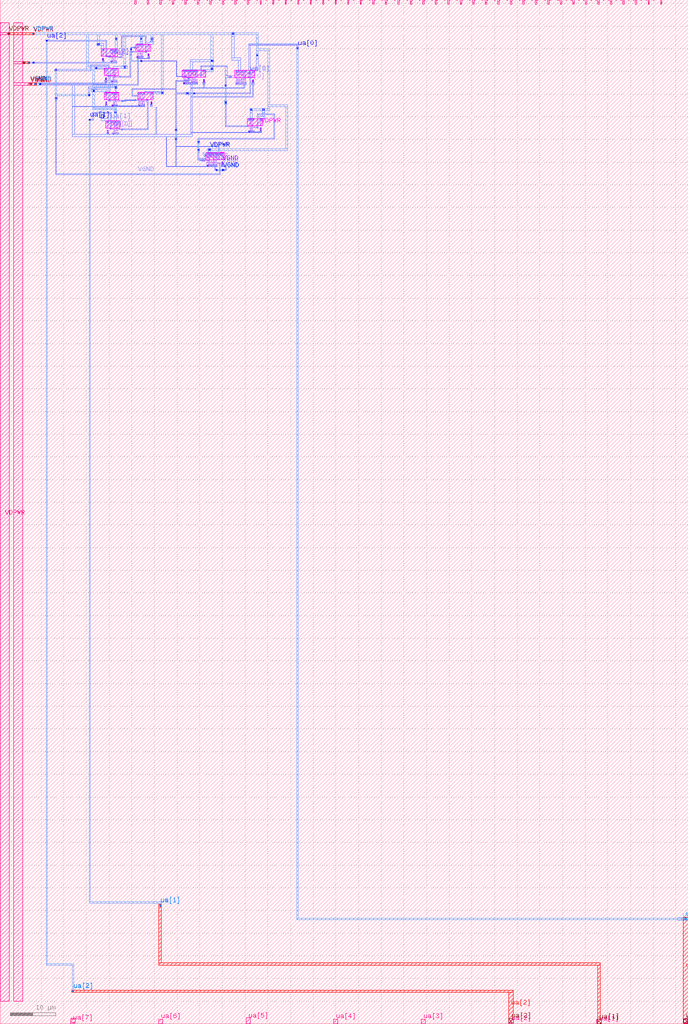
<source format=lef>
VERSION 5.7 ;
  NOWIREEXTENSIONATPIN ON ;
  DIVIDERCHAR "/" ;
  BUSBITCHARS "[]" ;
MACRO tt_um_template
  CLASS BLOCK ;
  FOREIGN tt_um_template ;
  ORIGIN -1.000 0.000 ;
  SIZE 151.710 BY 225.760 ;
  PIN clk
    PORT
      LAYER met4 ;
        RECT 143.830 224.760 144.130 225.760 ;
    END
  END clk
  PIN ena
    PORT
      LAYER met4 ;
        RECT 146.590 224.760 146.890 225.760 ;
    END
  END ena
  PIN rst_n
    PORT
      LAYER met4 ;
        RECT 141.070 224.760 141.370 225.760 ;
    END
  END rst_n
  PIN ua[0]
    ANTENNADIFFAREA 0.445500 ;
    PORT
      LAYER li1 ;
        RECT 54.560 209.800 55.155 209.805 ;
        RECT 54.560 209.465 56.165 209.800 ;
        RECT 54.560 208.145 54.735 209.465 ;
        RECT 54.560 207.595 55.155 208.145 ;
      LAYER mcon ;
        RECT 55.910 209.545 56.080 209.715 ;
      LAYER met1 ;
        RECT 55.830 215.930 66.715 216.075 ;
        RECT 55.830 215.740 66.725 215.930 ;
        RECT 55.830 209.830 56.165 215.740 ;
        RECT 66.365 214.920 66.725 215.740 ;
        RECT 55.800 209.435 56.195 209.830 ;
        RECT 55.830 209.385 56.165 209.435 ;
      LAYER via ;
        RECT 66.415 215.020 66.675 215.280 ;
      LAYER met2 ;
        RECT 66.360 23.315 66.735 215.435 ;
        RECT 150.345 23.315 152.475 23.380 ;
        RECT 66.360 22.940 152.475 23.315 ;
        RECT 150.345 22.870 152.475 22.940 ;
      LAYER via2 ;
        RECT 151.950 22.940 152.325 23.315 ;
      LAYER met3 ;
        RECT 151.610 0.075 152.660 23.445 ;
      LAYER via3 ;
        RECT 151.690 0.185 152.590 1.085 ;
      LAYER met4 ;
        RECT 151.685 1.000 152.595 1.090 ;
        RECT 151.685 0.180 152.710 1.000 ;
        RECT 151.810 0.000 152.710 0.180 ;
    END
  END ua[0]
  PIN ua[1]
    ANTENNAGATEAREA 0.247500 ;
    PORT
      LAYER li1 ;
        RECT 25.190 197.255 26.390 197.495 ;
      LAYER mcon ;
        RECT 25.280 197.310 25.450 197.480 ;
      LAYER met1 ;
        RECT 21.305 200.755 25.490 201.005 ;
        RECT 20.540 199.475 20.860 199.480 ;
        RECT 21.305 199.475 21.555 200.755 ;
        RECT 20.540 199.225 21.555 199.475 ;
        RECT 20.540 199.220 20.860 199.225 ;
        RECT 25.240 197.245 25.490 200.755 ;
      LAYER via ;
        RECT 20.570 199.220 20.830 199.480 ;
      LAYER met2 ;
        RECT 20.570 199.190 20.830 199.510 ;
        RECT 20.575 26.875 20.825 199.190 ;
        RECT 35.625 26.875 36.575 26.880 ;
        RECT 20.575 26.625 36.575 26.875 ;
        RECT 35.960 25.760 36.545 26.625 ;
      LAYER via2 ;
        RECT 36.110 25.910 36.390 26.190 ;
      LAYER met3 ;
        RECT 35.970 13.470 36.530 26.330 ;
        RECT 35.970 12.910 133.340 13.470 ;
        RECT 132.780 0.970 133.340 12.910 ;
        RECT 132.610 0.010 133.510 0.970 ;
      LAYER via3 ;
        RECT 132.610 0.040 133.510 0.940 ;
      LAYER met4 ;
        RECT 132.490 0.945 133.390 1.000 ;
        RECT 132.490 0.035 133.515 0.945 ;
        RECT 132.490 0.000 133.390 0.035 ;
    END
  END ua[1]
  PIN ua[2]
    ANTENNAGATEAREA 0.247500 ;
    PORT
      LAYER li1 ;
        RECT 24.850 213.395 25.315 213.445 ;
        RECT 24.850 213.185 25.950 213.395 ;
        RECT 24.850 213.140 25.315 213.185 ;
        RECT 25.620 213.155 25.950 213.185 ;
      LAYER mcon ;
        RECT 24.905 213.235 25.075 213.405 ;
      LAYER met1 ;
        RECT 10.985 216.905 11.765 216.945 ;
        RECT 10.985 216.655 24.455 216.905 ;
        RECT 10.985 216.615 11.765 216.655 ;
        RECT 24.205 213.445 24.455 216.655 ;
        RECT 24.840 213.445 25.145 213.475 ;
        RECT 24.205 213.195 25.345 213.445 ;
        RECT 24.840 213.170 25.145 213.195 ;
      LAYER via ;
        RECT 11.120 216.650 11.380 216.910 ;
      LAYER met2 ;
        RECT 11.095 13.260 11.410 216.955 ;
        RECT 11.095 12.945 17.205 13.260 ;
        RECT 16.890 7.730 17.205 12.945 ;
        RECT 16.865 6.920 17.225 7.730 ;
      LAYER via2 ;
        RECT 16.905 7.015 17.185 7.295 ;
      LAYER met3 ;
        RECT 16.800 7.400 113.955 7.410 ;
        RECT 16.800 6.920 114.120 7.400 ;
        RECT 113.115 0.180 114.120 6.920 ;
      LAYER via3 ;
        RECT 113.170 0.235 114.070 1.135 ;
      LAYER met4 ;
        RECT 113.165 0.230 114.075 1.140 ;
        RECT 113.170 0.000 114.070 0.230 ;
    END
  END ua[2]
  PIN ua[3]
    PORT
      LAYER met4 ;
        RECT 93.850 0.000 94.750 1.000 ;
    END
  END ua[3]
  PIN ua[4]
    PORT
      LAYER met4 ;
        RECT 74.530 0.000 75.430 1.000 ;
    END
  END ua[4]
  PIN ua[5]
    PORT
      LAYER met4 ;
        RECT 55.210 0.000 56.110 1.360 ;
    END
  END ua[5]
  PIN ua[6]
    PORT
      LAYER met4 ;
        RECT 35.970 1.000 36.530 1.020 ;
        RECT 35.890 0.000 36.790 1.000 ;
    END
  END ua[6]
  PIN ua[7]
    PORT
      LAYER met4 ;
        RECT 16.595 1.000 17.505 1.260 ;
        RECT 16.570 0.350 17.505 1.000 ;
        RECT 16.570 0.000 17.470 0.350 ;
    END
  END ua[7]
  PIN ui_in[0]
    PORT
      LAYER met4 ;
        RECT 138.310 224.760 138.610 225.760 ;
    END
  END ui_in[0]
  PIN ui_in[1]
    PORT
      LAYER met4 ;
        RECT 135.550 224.760 135.850 225.760 ;
    END
  END ui_in[1]
  PIN ui_in[2]
    PORT
      LAYER met4 ;
        RECT 132.790 224.760 133.090 225.760 ;
    END
  END ui_in[2]
  PIN ui_in[3]
    PORT
      LAYER met4 ;
        RECT 130.030 224.760 130.330 225.760 ;
    END
  END ui_in[3]
  PIN ui_in[4]
    PORT
      LAYER met4 ;
        RECT 127.270 224.760 127.570 225.760 ;
    END
  END ui_in[4]
  PIN ui_in[5]
    PORT
      LAYER met4 ;
        RECT 124.510 224.760 124.810 225.760 ;
    END
  END ui_in[5]
  PIN ui_in[6]
    PORT
      LAYER met4 ;
        RECT 121.750 224.760 122.050 225.760 ;
    END
  END ui_in[6]
  PIN ui_in[7]
    PORT
      LAYER met4 ;
        RECT 118.990 224.760 119.290 225.760 ;
    END
  END ui_in[7]
  PIN uio_in[0]
    PORT
      LAYER met4 ;
        RECT 116.230 224.760 116.530 225.760 ;
    END
  END uio_in[0]
  PIN uio_in[1]
    PORT
      LAYER met4 ;
        RECT 113.470 224.760 113.770 225.760 ;
    END
  END uio_in[1]
  PIN uio_in[2]
    PORT
      LAYER met4 ;
        RECT 110.710 224.760 111.010 225.760 ;
    END
  END uio_in[2]
  PIN uio_in[3]
    PORT
      LAYER met4 ;
        RECT 107.950 224.760 108.250 225.760 ;
    END
  END uio_in[3]
  PIN uio_in[4]
    PORT
      LAYER met4 ;
        RECT 105.190 224.760 105.490 225.760 ;
    END
  END uio_in[4]
  PIN uio_in[5]
    PORT
      LAYER met4 ;
        RECT 102.430 224.760 102.730 225.760 ;
    END
  END uio_in[5]
  PIN uio_in[6]
    PORT
      LAYER met4 ;
        RECT 99.670 224.760 99.970 225.760 ;
    END
  END uio_in[6]
  PIN uio_in[7]
    PORT
      LAYER met4 ;
        RECT 96.910 224.760 97.210 225.760 ;
    END
  END uio_in[7]
  PIN uio_oe[0]
    PORT
      LAYER met4 ;
        RECT 49.990 224.760 50.290 225.760 ;
    END
  END uio_oe[0]
  PIN uio_oe[1]
    PORT
      LAYER met4 ;
        RECT 47.230 224.760 47.530 225.760 ;
    END
  END uio_oe[1]
  PIN uio_oe[2]
    PORT
      LAYER met4 ;
        RECT 44.470 224.760 44.770 225.760 ;
    END
  END uio_oe[2]
  PIN uio_oe[3]
    PORT
      LAYER met4 ;
        RECT 41.710 224.760 42.010 225.760 ;
    END
  END uio_oe[3]
  PIN uio_oe[4]
    PORT
      LAYER met4 ;
        RECT 38.950 224.760 39.250 225.760 ;
    END
  END uio_oe[4]
  PIN uio_oe[5]
    PORT
      LAYER met4 ;
        RECT 36.190 224.760 36.490 225.760 ;
    END
  END uio_oe[5]
  PIN uio_oe[6]
    PORT
      LAYER met4 ;
        RECT 33.430 224.760 33.730 225.760 ;
    END
  END uio_oe[6]
  PIN uio_oe[7]
    PORT
      LAYER met4 ;
        RECT 30.670 224.760 30.970 225.760 ;
    END
  END uio_oe[7]
  PIN uio_out[0]
    PORT
      LAYER met4 ;
        RECT 72.070 224.760 72.370 225.760 ;
    END
  END uio_out[0]
  PIN uio_out[1]
    PORT
      LAYER met4 ;
        RECT 69.310 224.760 69.610 225.760 ;
    END
  END uio_out[1]
  PIN uio_out[2]
    PORT
      LAYER met4 ;
        RECT 66.550 224.760 66.850 225.760 ;
    END
  END uio_out[2]
  PIN uio_out[3]
    PORT
      LAYER met4 ;
        RECT 63.790 224.760 64.090 225.760 ;
    END
  END uio_out[3]
  PIN uio_out[4]
    PORT
      LAYER met4 ;
        RECT 61.030 224.760 61.330 225.760 ;
    END
  END uio_out[4]
  PIN uio_out[5]
    PORT
      LAYER met4 ;
        RECT 58.270 224.760 58.570 225.760 ;
    END
  END uio_out[5]
  PIN uio_out[6]
    PORT
      LAYER met4 ;
        RECT 55.510 224.760 55.810 225.760 ;
    END
  END uio_out[6]
  PIN uio_out[7]
    PORT
      LAYER met4 ;
        RECT 52.750 224.760 53.050 225.760 ;
    END
  END uio_out[7]
  PIN uo_out[0]
    PORT
      LAYER met4 ;
        RECT 94.150 224.760 94.450 225.760 ;
    END
  END uo_out[0]
  PIN uo_out[1]
    PORT
      LAYER met4 ;
        RECT 91.390 224.760 91.690 225.760 ;
    END
  END uo_out[1]
  PIN uo_out[2]
    PORT
      LAYER met4 ;
        RECT 88.630 224.760 88.930 225.760 ;
    END
  END uo_out[2]
  PIN uo_out[3]
    PORT
      LAYER met4 ;
        RECT 85.870 224.760 86.170 225.760 ;
    END
  END uo_out[3]
  PIN uo_out[4]
    PORT
      LAYER met4 ;
        RECT 83.110 224.760 83.410 225.760 ;
    END
  END uo_out[4]
  PIN uo_out[5]
    PORT
      LAYER met4 ;
        RECT 80.350 224.760 80.650 225.760 ;
    END
  END uo_out[5]
  PIN uo_out[6]
    PORT
      LAYER met4 ;
        RECT 77.590 224.760 77.890 225.760 ;
    END
  END uo_out[6]
  PIN uo_out[7]
    PORT
      LAYER met4 ;
        RECT 74.830 224.760 75.130 225.760 ;
    END
  END uo_out[7]
  PIN VDPWR
    ANTENNAGATEAREA 0.223500 ;
    ANTENNADIFFAREA 5.400750 ;
    PORT
      LAYER nwell ;
        RECT 30.910 216.000 33.750 216.010 ;
        RECT 23.250 214.990 24.090 215.000 ;
        RECT 23.250 213.395 26.870 214.990 ;
        RECT 30.910 214.405 34.125 216.000 ;
        RECT 33.285 214.395 34.125 214.405 ;
        RECT 23.900 213.385 26.870 213.395 ;
        RECT 23.900 209.095 27.010 210.700 ;
        RECT 41.150 208.695 46.340 210.300 ;
        RECT 52.750 208.645 57.140 210.250 ;
        RECT 33.900 205.380 34.740 205.400 ;
        RECT 24.270 205.330 27.130 205.350 ;
        RECT 23.960 203.745 27.130 205.330 ;
        RECT 31.260 203.795 34.740 205.380 ;
        RECT 31.260 203.775 34.200 203.795 ;
        RECT 23.960 203.725 24.800 203.745 ;
        RECT 55.460 199.600 58.200 199.610 ;
        RECT 24.290 197.485 27.310 199.090 ;
        RECT 55.460 198.005 58.840 199.600 ;
        RECT 58.000 197.995 58.840 198.005 ;
      LAYER li1 ;
        RECT 31.100 215.735 32.480 215.905 ;
        RECT 23.440 214.725 23.900 214.895 ;
        RECT 23.525 213.560 23.815 214.725 ;
        RECT 25.300 214.715 26.680 214.885 ;
        RECT 25.640 213.575 25.850 214.715 ;
        RECT 32.055 214.595 32.385 215.735 ;
        RECT 33.475 215.725 33.935 215.895 ;
        RECT 33.560 214.560 33.850 215.725 ;
        RECT 24.090 210.425 24.550 210.595 ;
        RECT 25.440 210.425 26.820 210.595 ;
        RECT 24.175 209.260 24.465 210.425 ;
        RECT 25.780 209.285 25.990 210.425 ;
        RECT 41.340 210.025 44.560 210.195 ;
        RECT 45.690 210.025 46.150 210.195 ;
        RECT 42.395 209.175 42.565 210.025 ;
        RECT 43.235 209.515 43.405 210.025 ;
        RECT 45.775 208.860 46.065 210.025 ;
        RECT 52.940 209.975 55.240 210.145 ;
        RECT 56.490 209.975 56.950 210.145 ;
        RECT 53.455 209.575 54.390 209.975 ;
        RECT 56.575 208.810 56.865 209.975 ;
        RECT 24.150 205.055 24.610 205.225 ;
        RECT 25.560 205.075 26.940 205.245 ;
        RECT 31.450 205.105 32.830 205.275 ;
        RECT 34.090 205.125 34.550 205.295 ;
        RECT 24.235 203.890 24.525 205.055 ;
        RECT 25.900 203.935 26.110 205.075 ;
        RECT 32.405 203.965 32.735 205.105 ;
        RECT 34.175 203.960 34.465 205.125 ;
        RECT 55.650 199.335 57.030 199.505 ;
        RECT 24.480 198.815 24.940 198.985 ;
        RECT 25.740 198.815 27.120 198.985 ;
        RECT 24.565 197.650 24.855 198.815 ;
        RECT 26.080 197.675 26.290 198.815 ;
        RECT 55.990 198.195 56.200 199.335 ;
        RECT 58.190 199.325 58.650 199.495 ;
        RECT 56.370 198.185 56.700 199.165 ;
        RECT 56.470 197.815 56.700 198.185 ;
        RECT 58.275 198.160 58.565 199.325 ;
        RECT 56.470 197.585 57.865 197.815 ;
        RECT 56.370 196.955 56.700 197.585 ;
        RECT 46.490 191.825 48.790 191.995 ;
        RECT 47.005 191.425 47.940 191.825 ;
        RECT 46.575 190.895 47.035 190.915 ;
        RECT 45.370 190.435 47.035 190.895 ;
        RECT 45.370 190.170 46.230 190.435 ;
        RECT 46.575 190.185 47.035 190.435 ;
      LAYER mcon ;
        RECT 31.245 215.735 31.415 215.905 ;
        RECT 31.705 215.735 31.875 215.905 ;
        RECT 32.165 215.735 32.335 215.905 ;
        RECT 23.585 214.725 23.755 214.895 ;
        RECT 25.445 214.715 25.615 214.885 ;
        RECT 25.905 214.715 26.075 214.885 ;
        RECT 26.365 214.715 26.535 214.885 ;
        RECT 33.620 215.725 33.790 215.895 ;
        RECT 24.235 210.425 24.405 210.595 ;
        RECT 25.585 210.425 25.755 210.595 ;
        RECT 26.045 210.425 26.215 210.595 ;
        RECT 26.505 210.425 26.675 210.595 ;
        RECT 41.485 210.025 41.655 210.195 ;
        RECT 41.945 210.025 42.115 210.195 ;
        RECT 42.405 210.025 42.575 210.195 ;
        RECT 42.865 210.025 43.035 210.195 ;
        RECT 43.325 210.025 43.495 210.195 ;
        RECT 43.785 210.025 43.955 210.195 ;
        RECT 44.245 210.025 44.415 210.195 ;
        RECT 45.835 210.025 46.005 210.195 ;
        RECT 53.085 209.975 53.255 210.145 ;
        RECT 53.545 209.975 53.715 210.145 ;
        RECT 54.005 209.975 54.175 210.145 ;
        RECT 54.465 209.975 54.635 210.145 ;
        RECT 54.925 209.975 55.095 210.145 ;
        RECT 56.635 209.975 56.805 210.145 ;
        RECT 24.295 205.055 24.465 205.225 ;
        RECT 25.705 205.075 25.875 205.245 ;
        RECT 26.165 205.075 26.335 205.245 ;
        RECT 26.625 205.075 26.795 205.245 ;
        RECT 31.595 205.105 31.765 205.275 ;
        RECT 32.055 205.105 32.225 205.275 ;
        RECT 32.515 205.105 32.685 205.275 ;
        RECT 34.235 205.125 34.405 205.295 ;
        RECT 55.795 199.335 55.965 199.505 ;
        RECT 56.255 199.335 56.425 199.505 ;
        RECT 56.715 199.335 56.885 199.505 ;
        RECT 24.625 198.815 24.795 198.985 ;
        RECT 25.885 198.815 26.055 198.985 ;
        RECT 26.345 198.815 26.515 198.985 ;
        RECT 26.805 198.815 26.975 198.985 ;
        RECT 58.335 199.325 58.505 199.495 ;
        RECT 57.665 197.615 57.835 197.785 ;
        RECT 46.635 191.825 46.805 191.995 ;
        RECT 47.095 191.825 47.265 191.995 ;
        RECT 47.555 191.825 47.725 191.995 ;
        RECT 48.015 191.825 48.185 191.995 ;
        RECT 48.475 191.825 48.645 191.995 ;
        RECT 45.665 190.465 45.835 190.635 ;
      LAYER met1 ;
        RECT 52.060 217.610 52.565 218.580 ;
        RECT 22.265 215.745 23.785 216.220 ;
        RECT 23.060 215.730 23.785 215.745 ;
        RECT 23.310 215.050 23.785 215.730 ;
        RECT 23.310 215.015 23.900 215.050 ;
        RECT 26.320 215.040 26.780 217.430 ;
        RECT 31.825 216.495 32.320 217.505 ;
        RECT 34.200 216.680 34.700 217.510 ;
        RECT 31.840 216.060 32.300 216.495 ;
        RECT 34.020 216.440 34.700 216.680 ;
        RECT 34.020 216.420 34.680 216.440 ;
        RECT 31.100 215.580 32.480 216.060 ;
        RECT 33.470 215.960 34.680 216.420 ;
        RECT 33.475 215.570 33.935 215.960 ;
        RECT 23.440 214.570 23.900 215.015 ;
        RECT 25.300 214.990 26.780 215.040 ;
        RECT 25.300 214.560 26.680 214.990 ;
        RECT 52.080 212.970 52.540 217.610 ;
        RECT 46.980 212.580 48.040 212.595 ;
        RECT 42.930 212.120 48.040 212.580 ;
        RECT 52.080 212.510 53.970 212.970 ;
        RECT 57.430 212.840 57.915 214.000 ;
        RECT 27.755 211.190 28.965 211.205 ;
        RECT 21.860 210.750 24.530 210.990 ;
        RECT 25.940 210.750 28.965 211.190 ;
        RECT 21.860 210.530 24.550 210.750 ;
        RECT 24.090 210.270 24.550 210.530 ;
        RECT 25.440 210.730 28.965 210.750 ;
        RECT 25.440 210.270 26.820 210.730 ;
        RECT 27.755 210.715 28.965 210.730 ;
        RECT 42.930 210.350 43.390 212.120 ;
        RECT 46.980 212.110 48.040 212.120 ;
        RECT 47.435 210.420 47.940 210.900 ;
        RECT 46.100 210.350 47.940 210.420 ;
        RECT 41.340 209.870 44.560 210.350 ;
        RECT 45.690 209.915 47.940 210.350 ;
        RECT 53.510 210.300 53.970 212.510 ;
        RECT 57.440 210.680 57.900 212.840 ;
        RECT 45.690 209.870 46.150 209.915 ;
        RECT 52.940 209.820 55.240 210.300 ;
        RECT 56.470 210.220 57.900 210.680 ;
        RECT 56.490 209.820 56.950 210.220 ;
        RECT 26.250 206.180 26.710 206.700 ;
        RECT 21.070 205.985 22.420 206.020 ;
        RECT 21.070 205.500 24.590 205.985 ;
        RECT 21.070 205.460 22.420 205.500 ;
        RECT 24.105 205.380 24.590 205.500 ;
        RECT 26.335 205.415 26.625 206.180 ;
        RECT 36.035 205.510 37.085 205.520 ;
        RECT 32.770 205.430 37.085 205.510 ;
        RECT 26.175 205.400 26.625 205.415 ;
        RECT 24.105 205.210 24.610 205.380 ;
        RECT 24.150 204.900 24.610 205.210 ;
        RECT 25.560 204.920 26.940 205.400 ;
        RECT 31.450 205.050 37.085 205.430 ;
        RECT 31.450 204.950 32.830 205.050 ;
        RECT 34.090 204.970 34.550 205.050 ;
        RECT 36.035 205.045 37.085 205.050 ;
        RECT 23.255 200.410 23.850 200.445 ;
        RECT 23.225 199.815 23.880 200.410 ;
        RECT 26.130 200.070 26.655 201.420 ;
        RECT 56.090 200.860 56.590 201.840 ;
        RECT 58.790 201.825 59.305 201.875 ;
        RECT 23.255 199.570 23.850 199.815 ;
        RECT 23.250 199.110 24.950 199.570 ;
        RECT 26.160 199.155 26.620 200.070 ;
        RECT 56.110 199.660 56.570 200.860 ;
        RECT 58.790 200.855 59.320 201.825 ;
        RECT 58.790 200.840 59.305 200.855 ;
        RECT 58.830 200.665 59.290 200.840 ;
        RECT 57.635 200.435 61.535 200.665 ;
        RECT 55.650 199.180 57.030 199.660 ;
        RECT 26.075 199.140 26.620 199.155 ;
        RECT 23.320 199.100 23.780 199.110 ;
        RECT 24.480 198.660 24.940 199.110 ;
        RECT 25.740 198.660 27.120 199.140 ;
        RECT 57.635 197.845 57.865 200.435 ;
        RECT 58.830 200.080 59.290 200.435 ;
        RECT 58.170 199.620 59.290 200.080 ;
        RECT 58.190 199.170 58.650 199.620 ;
        RECT 58.830 199.600 59.290 199.620 ;
        RECT 57.605 197.555 57.895 197.845 ;
        RECT 57.635 197.485 57.865 197.555 ;
        RECT 61.335 195.215 61.565 200.435 ;
        RECT 44.585 195.085 61.565 195.215 ;
        RECT 44.565 194.985 61.565 195.085 ;
        RECT 44.565 194.315 44.840 194.985 ;
        RECT 44.550 193.095 44.845 193.110 ;
        RECT 44.550 192.455 44.850 193.095 ;
        RECT 46.920 193.020 47.415 193.035 ;
        RECT 44.555 192.205 44.850 192.455 ;
        RECT 44.585 190.665 44.815 192.205 ;
        RECT 46.810 192.150 47.415 193.020 ;
        RECT 46.490 191.670 48.790 192.150 ;
        RECT 45.035 190.665 46.065 190.815 ;
        RECT 44.585 190.435 46.065 190.665 ;
        RECT 45.035 190.285 46.065 190.435 ;
      LAYER via ;
        RECT 52.170 218.190 52.430 218.450 ;
        RECT 26.420 217.000 26.680 217.260 ;
        RECT 22.520 215.850 22.780 216.110 ;
        RECT 31.940 217.070 32.200 217.330 ;
        RECT 34.320 217.020 34.580 217.280 ;
        RECT 57.540 213.460 57.800 213.720 ;
        RECT 47.550 212.220 47.810 212.480 ;
        RECT 22.000 210.630 22.260 210.890 ;
        RECT 28.330 210.830 28.590 211.090 ;
        RECT 47.550 210.490 47.810 210.750 ;
        RECT 26.350 206.310 26.610 206.570 ;
        RECT 21.490 205.560 21.750 205.820 ;
        RECT 36.600 205.150 36.860 205.410 ;
        RECT 56.210 201.440 56.470 201.700 ;
        RECT 26.260 200.880 26.520 201.140 ;
        RECT 23.260 199.820 23.840 200.400 ;
        RECT 58.930 201.440 59.190 201.700 ;
        RECT 44.570 194.370 44.830 194.630 ;
        RECT 44.570 192.570 44.830 192.830 ;
        RECT 47.020 192.610 47.280 192.870 ;
      LAYER met2 ;
        RECT 7.905 218.550 8.960 218.570 ;
        RECT 51.820 218.550 53.110 218.570 ;
        RECT 7.905 218.090 57.840 218.550 ;
        RECT 7.905 218.075 8.960 218.090 ;
        RECT 20.010 210.990 20.470 218.090 ;
        RECT 22.420 216.680 22.880 218.090 ;
        RECT 26.320 216.730 26.780 218.090 ;
        RECT 22.415 215.635 22.890 216.680 ;
        RECT 28.230 211.675 28.690 218.090 ;
        RECT 31.840 217.900 32.300 218.090 ;
        RECT 31.830 216.850 32.310 217.900 ;
        RECT 34.220 216.800 34.680 218.090 ;
        RECT 21.425 210.990 22.525 211.005 ;
        RECT 20.010 210.530 22.525 210.990 ;
        RECT 28.210 210.610 28.715 211.675 ;
        RECT 21.390 210.515 22.525 210.530 ;
        RECT 21.390 207.020 21.850 210.515 ;
        RECT 21.390 206.670 26.670 207.020 ;
        RECT 21.390 206.560 26.740 206.670 ;
        RECT 21.390 202.020 21.850 206.560 ;
        RECT 26.210 206.210 26.740 206.560 ;
        RECT 36.500 205.985 36.960 218.090 ;
        RECT 47.450 211.325 47.910 218.090 ;
        RECT 51.820 218.070 53.110 218.090 ;
        RECT 57.440 217.470 57.840 218.090 ;
        RECT 57.440 214.990 57.900 217.470 ;
        RECT 57.440 214.530 60.430 214.990 ;
        RECT 57.440 213.200 57.900 214.530 ;
        RECT 47.435 210.305 47.925 211.325 ;
        RECT 36.490 204.960 36.975 205.985 ;
        RECT 59.970 202.650 60.430 214.530 ;
        RECT 59.970 202.190 64.430 202.650 ;
        RECT 21.390 201.725 26.620 202.020 ;
        RECT 59.970 201.800 60.430 202.190 ;
        RECT 21.390 201.560 26.645 201.725 ;
        RECT 23.320 200.805 23.780 201.560 ;
        RECT 23.290 200.440 23.815 200.805 ;
        RECT 26.140 200.660 26.645 201.560 ;
        RECT 55.990 201.340 60.430 201.800 ;
        RECT 23.255 199.785 23.850 200.440 ;
        RECT 44.570 194.120 44.830 194.780 ;
        RECT 44.585 193.100 44.815 194.120 ;
        RECT 44.555 192.400 44.855 193.100 ;
        RECT 46.825 192.970 47.850 192.980 ;
        RECT 63.970 192.970 64.430 202.190 ;
        RECT 46.660 192.510 64.430 192.970 ;
        RECT 46.825 192.505 47.850 192.510 ;
      LAYER via2 ;
        RECT 8.110 218.180 8.390 218.460 ;
      LAYER met3 ;
        RECT 7.995 218.550 8.505 218.575 ;
        RECT 2.635 218.090 8.505 218.550 ;
        RECT 7.995 218.065 8.505 218.090 ;
      LAYER via3 ;
        RECT 2.705 218.160 3.025 218.480 ;
      LAYER met4 ;
        RECT 1.000 218.550 3.000 220.760 ;
        RECT 1.000 218.090 3.095 218.550 ;
        RECT 1.000 5.000 3.000 218.090 ;
    END
  END VDPWR
  PIN VGND
    USE GROUND ;
    PORT
      LAYER pwell ;
        RECT 33.620 213.410 33.790 213.935 ;
        RECT 23.585 212.410 23.755 212.935 ;
        RECT 24.235 208.110 24.405 208.635 ;
        RECT 45.835 207.710 46.005 208.235 ;
        RECT 56.635 207.660 56.805 208.185 ;
        RECT 24.295 202.740 24.465 203.265 ;
        RECT 24.625 196.500 24.795 197.025 ;
        RECT 58.335 197.010 58.505 197.535 ;
        RECT 49.865 189.530 50.035 190.055 ;
      LAYER li1 ;
        RECT 31.205 213.185 31.445 213.995 ;
        RECT 32.115 213.185 32.385 213.995 ;
        RECT 31.100 213.015 32.480 213.185 ;
        RECT 33.560 213.175 33.850 213.900 ;
        RECT 33.475 213.005 33.935 213.175 ;
        RECT 23.525 212.175 23.815 212.900 ;
        RECT 23.440 212.005 23.900 212.175 ;
        RECT 25.620 212.165 25.850 212.985 ;
        RECT 25.300 211.995 26.680 212.165 ;
        RECT 24.775 209.105 25.025 209.110 ;
        RECT 24.775 208.865 26.090 209.105 ;
        RECT 54.915 208.870 55.155 209.295 ;
        RECT 24.775 208.860 25.025 208.865 ;
        RECT 24.175 207.875 24.465 208.600 ;
        RECT 25.760 207.875 25.990 208.695 ;
        RECT 42.180 208.465 42.730 208.665 ;
        RECT 54.915 208.630 55.920 208.870 ;
        RECT 54.915 208.315 55.155 208.630 ;
        RECT 24.090 207.705 24.550 207.875 ;
        RECT 25.440 207.705 26.820 207.875 ;
        RECT 41.475 207.475 41.805 207.865 ;
        RECT 42.315 207.475 42.645 207.865 ;
        RECT 44.185 207.475 44.475 208.310 ;
        RECT 45.775 207.475 46.065 208.200 ;
        RECT 41.340 207.305 44.560 207.475 ;
        RECT 45.690 207.305 46.150 207.475 ;
        RECT 53.455 207.425 54.390 207.825 ;
        RECT 56.575 207.425 56.865 208.150 ;
        RECT 52.940 207.255 55.240 207.425 ;
        RECT 56.490 207.255 56.950 207.425 ;
        RECT 31.545 204.725 31.875 204.920 ;
        RECT 30.625 204.555 31.875 204.725 ;
        RECT 31.545 204.135 31.875 204.555 ;
        RECT 31.545 203.965 32.225 204.135 ;
        RECT 24.895 203.795 25.225 203.800 ;
        RECT 24.820 203.755 25.540 203.795 ;
        RECT 24.820 203.515 26.210 203.755 ;
        RECT 24.820 203.475 25.540 203.515 ;
        RECT 24.895 203.470 25.225 203.475 ;
        RECT 32.055 203.365 32.225 203.965 ;
        RECT 24.235 202.505 24.525 203.230 ;
        RECT 25.880 202.525 26.110 203.345 ;
        RECT 31.555 202.555 31.795 203.365 ;
        RECT 31.965 202.725 32.295 203.365 ;
        RECT 32.465 202.555 32.735 203.365 ;
        RECT 24.150 202.335 24.610 202.505 ;
        RECT 25.560 202.355 26.940 202.525 ;
        RECT 31.450 202.385 32.830 202.555 ;
        RECT 24.565 196.265 24.855 196.990 ;
        RECT 26.060 196.265 26.290 197.085 ;
        RECT 55.970 196.785 56.200 197.605 ;
        RECT 55.650 196.615 57.030 196.785 ;
        RECT 58.275 196.775 58.565 197.500 ;
        RECT 58.190 196.605 58.650 196.775 ;
        RECT 24.480 196.095 24.940 196.265 ;
        RECT 25.740 196.095 27.120 196.265 ;
        RECT 48.110 191.315 48.705 191.655 ;
        RECT 48.110 189.995 48.285 191.315 ;
        RECT 48.465 190.720 48.705 191.145 ;
        RECT 48.465 190.480 49.350 190.720 ;
        RECT 48.465 190.165 48.705 190.480 ;
        RECT 48.110 189.825 48.705 189.995 ;
        RECT 47.005 189.275 47.940 189.675 ;
        RECT 48.110 189.655 49.485 189.825 ;
        RECT 48.110 189.445 48.705 189.655 ;
        RECT 49.805 189.295 50.095 190.020 ;
        RECT 46.490 189.105 48.790 189.275 ;
        RECT 49.720 189.125 50.180 189.295 ;
      LAYER mcon ;
        RECT 31.245 213.015 31.415 213.185 ;
        RECT 31.705 213.015 31.875 213.185 ;
        RECT 32.165 213.015 32.335 213.185 ;
        RECT 33.620 213.005 33.790 213.175 ;
        RECT 23.585 212.005 23.755 212.175 ;
        RECT 25.445 211.995 25.615 212.165 ;
        RECT 25.905 211.995 26.075 212.165 ;
        RECT 26.365 211.995 26.535 212.165 ;
        RECT 24.815 208.900 24.985 209.070 ;
        RECT 42.365 208.465 42.535 208.635 ;
        RECT 55.715 208.660 55.885 208.830 ;
        RECT 24.235 207.705 24.405 207.875 ;
        RECT 25.585 207.705 25.755 207.875 ;
        RECT 26.045 207.705 26.215 207.875 ;
        RECT 26.505 207.705 26.675 207.875 ;
        RECT 41.485 207.305 41.655 207.475 ;
        RECT 41.945 207.305 42.115 207.475 ;
        RECT 42.405 207.305 42.575 207.475 ;
        RECT 42.865 207.305 43.035 207.475 ;
        RECT 43.325 207.305 43.495 207.475 ;
        RECT 43.785 207.305 43.955 207.475 ;
        RECT 44.245 207.305 44.415 207.475 ;
        RECT 45.835 207.305 46.005 207.475 ;
        RECT 53.085 207.255 53.255 207.425 ;
        RECT 53.545 207.255 53.715 207.425 ;
        RECT 54.005 207.255 54.175 207.425 ;
        RECT 54.465 207.255 54.635 207.425 ;
        RECT 54.925 207.255 55.095 207.425 ;
        RECT 56.635 207.255 56.805 207.425 ;
        RECT 24.975 203.550 25.145 203.720 ;
        RECT 24.295 202.335 24.465 202.505 ;
        RECT 25.705 202.355 25.875 202.525 ;
        RECT 26.165 202.355 26.335 202.525 ;
        RECT 26.625 202.355 26.795 202.525 ;
        RECT 31.595 202.385 31.765 202.555 ;
        RECT 32.055 202.385 32.225 202.555 ;
        RECT 32.515 202.385 32.685 202.555 ;
        RECT 55.795 196.615 55.965 196.785 ;
        RECT 56.255 196.615 56.425 196.785 ;
        RECT 56.715 196.615 56.885 196.785 ;
        RECT 58.335 196.605 58.505 196.775 ;
        RECT 24.625 196.095 24.795 196.265 ;
        RECT 25.885 196.095 26.055 196.265 ;
        RECT 26.345 196.095 26.515 196.265 ;
        RECT 26.805 196.095 26.975 196.265 ;
        RECT 49.095 190.515 49.265 190.685 ;
        RECT 49.315 189.655 49.485 189.825 ;
        RECT 46.635 189.105 46.805 189.275 ;
        RECT 47.095 189.105 47.265 189.275 ;
        RECT 47.555 189.105 47.725 189.275 ;
        RECT 48.015 189.105 48.185 189.275 ;
        RECT 48.475 189.105 48.645 189.275 ;
        RECT 49.865 189.125 50.035 189.295 ;
      LAYER met1 ;
        RECT 31.100 212.955 32.480 213.340 ;
        RECT 33.475 212.955 33.935 213.330 ;
        RECT 31.100 212.860 33.935 212.955 ;
        RECT 31.270 212.850 33.935 212.860 ;
        RECT 31.270 212.800 33.925 212.850 ;
        RECT 8.145 211.995 8.465 212.050 ;
        RECT 23.440 211.995 23.900 212.330 ;
        RECT 25.300 211.995 26.680 212.320 ;
        RECT 8.145 211.840 26.680 211.995 ;
        RECT 8.145 211.790 8.465 211.840 ;
        RECT 20.815 211.255 25.025 211.505 ;
        RECT 13.040 210.425 13.910 210.460 ;
        RECT 20.815 210.425 21.065 211.255 ;
        RECT 24.775 210.970 25.025 211.255 ;
        RECT 13.040 210.175 21.075 210.425 ;
        RECT 13.040 210.140 13.910 210.175 ;
        RECT 24.775 209.170 25.285 210.970 ;
        RECT 24.745 208.800 25.285 209.170 ;
        RECT 24.090 207.625 24.550 208.030 ;
        RECT 24.075 207.550 24.550 207.625 ;
        RECT 24.075 207.465 24.325 207.550 ;
        RECT 9.460 207.310 24.325 207.465 ;
        RECT 9.460 207.140 17.400 207.310 ;
        RECT 24.880 207.140 25.285 208.800 ;
        RECT 25.440 207.550 26.820 208.030 ;
        RECT 25.615 207.140 25.770 207.550 ;
        RECT 31.270 207.140 31.425 212.800 ;
        RECT 42.315 208.365 42.635 208.735 ;
        RECT 55.630 208.625 56.225 208.870 ;
        RECT 9.475 206.985 31.425 207.140 ;
        RECT 39.665 207.985 39.835 208.000 ;
        RECT 42.365 207.985 42.535 208.365 ;
        RECT 39.665 207.815 42.535 207.985 ;
        RECT 10.450 206.965 17.400 206.985 ;
        RECT 13.110 203.660 13.495 204.345 ;
        RECT 13.165 203.565 13.435 203.660 ;
        RECT 13.215 187.435 13.385 203.565 ;
        RECT 16.900 202.355 17.400 206.965 ;
        RECT 24.880 206.615 25.285 206.985 ;
        RECT 20.430 206.285 25.285 206.615 ;
        RECT 20.430 205.285 20.760 206.285 ;
        RECT 20.430 204.930 20.765 205.285 ;
        RECT 20.425 204.530 20.765 204.930 ;
        RECT 24.880 203.830 25.285 206.285 ;
        RECT 39.665 206.185 39.835 207.815 ;
        RECT 41.340 207.150 44.560 207.630 ;
        RECT 45.690 207.150 46.150 207.630 ;
        RECT 29.985 206.015 39.835 206.185 ;
        RECT 29.985 204.725 30.155 206.015 ;
        RECT 39.665 205.250 39.835 206.015 ;
        RECT 42.985 206.430 43.275 207.150 ;
        RECT 45.825 206.430 45.980 207.150 ;
        RECT 52.940 207.100 55.240 207.580 ;
        RECT 54.635 206.430 54.920 207.100 ;
        RECT 42.985 206.275 54.920 206.430 ;
        RECT 41.950 205.250 42.600 205.400 ;
        RECT 39.650 205.050 42.700 205.250 ;
        RECT 30.595 204.725 30.825 204.785 ;
        RECT 29.985 204.555 30.975 204.725 ;
        RECT 30.595 204.495 30.825 204.555 ;
        RECT 24.865 203.440 25.285 203.830 ;
        RECT 24.880 203.390 25.285 203.440 ;
        RECT 24.150 202.355 24.610 202.660 ;
        RECT 25.560 202.385 26.940 202.680 ;
        RECT 31.450 202.385 32.830 202.710 ;
        RECT 25.560 202.355 32.830 202.385 ;
        RECT 16.900 202.230 32.830 202.355 ;
        RECT 16.900 202.200 26.940 202.230 ;
        RECT 16.900 196.100 17.400 202.200 ;
        RECT 24.150 202.180 24.610 202.200 ;
        RECT 24.480 196.100 24.940 196.420 ;
        RECT 25.740 196.100 27.120 196.420 ;
        RECT 35.325 196.100 35.480 202.055 ;
        RECT 39.650 197.655 39.850 205.050 ;
        RECT 41.950 204.900 42.600 205.050 ;
        RECT 42.985 204.480 43.275 206.275 ;
        RECT 43.590 205.250 43.910 205.280 ;
        RECT 55.980 205.250 56.225 208.625 ;
        RECT 56.490 207.100 56.950 207.580 ;
        RECT 43.590 205.080 56.225 205.250 ;
        RECT 43.590 205.050 56.200 205.080 ;
        RECT 43.590 205.020 43.910 205.050 ;
        RECT 56.625 204.480 56.780 207.100 ;
        RECT 42.985 204.325 56.775 204.480 ;
        RECT 39.600 196.850 39.905 197.655 ;
        RECT 39.650 196.100 39.850 196.850 ;
        RECT 42.985 196.615 43.275 204.325 ;
        RECT 55.650 196.655 57.030 196.940 ;
        RECT 58.190 196.655 58.650 196.930 ;
        RECT 55.650 196.615 58.655 196.655 ;
        RECT 42.985 196.460 58.655 196.615 ;
        RECT 42.985 196.100 43.275 196.460 ;
        RECT 58.190 196.450 58.650 196.460 ;
        RECT 16.900 195.605 43.275 196.100 ;
        RECT 16.900 195.600 43.250 195.605 ;
        RECT 37.575 189.105 37.730 195.600 ;
        RECT 39.650 195.370 39.850 195.600 ;
        RECT 39.630 195.240 39.870 195.370 ;
        RECT 39.610 194.460 39.895 195.240 ;
        RECT 39.650 193.550 39.850 194.460 ;
        RECT 39.650 193.350 49.320 193.550 ;
        RECT 39.650 189.105 39.850 193.350 ;
        RECT 49.110 190.720 49.310 193.350 ;
        RECT 49.030 190.700 49.330 190.720 ;
        RECT 49.030 190.500 49.390 190.700 ;
        RECT 49.030 190.480 49.330 190.500 ;
        RECT 49.280 189.460 49.520 189.890 ;
        RECT 46.490 189.105 48.790 189.430 ;
        RECT 37.575 188.950 48.825 189.105 ;
        RECT 48.275 188.330 48.430 188.950 ;
        RECT 48.570 188.330 48.830 188.410 ;
        RECT 48.275 188.175 48.830 188.330 ;
        RECT 48.570 188.090 48.830 188.175 ;
        RECT 49.315 187.435 49.485 189.460 ;
        RECT 49.720 189.105 50.180 189.450 ;
        RECT 49.720 188.970 50.875 189.105 ;
        RECT 49.945 188.950 50.875 188.970 ;
        RECT 49.800 188.330 50.550 188.400 ;
        RECT 50.720 188.330 50.875 188.950 ;
        RECT 49.800 188.175 50.875 188.330 ;
        RECT 49.800 188.100 50.550 188.175 ;
        RECT 13.215 187.265 49.485 187.435 ;
      LAYER via ;
        RECT 8.175 211.790 8.435 212.050 ;
        RECT 13.170 210.170 13.430 210.430 ;
        RECT 9.670 207.095 9.930 207.355 ;
        RECT 13.170 203.920 13.430 204.180 ;
        RECT 20.470 204.670 20.730 204.930 ;
        RECT 42.170 205.020 42.430 205.280 ;
        RECT 43.620 205.020 43.880 205.280 ;
        RECT 39.620 197.020 39.880 197.280 ;
        RECT 39.625 194.920 39.885 195.180 ;
        RECT 48.570 188.120 48.830 188.380 ;
        RECT 49.975 188.125 50.235 188.385 ;
      LAYER met2 ;
        RECT 7.030 212.050 7.470 212.100 ;
        RECT 8.175 212.050 8.435 212.080 ;
        RECT 7.030 211.800 8.435 212.050 ;
        RECT 7.030 211.750 7.470 211.800 ;
        RECT 8.175 211.760 8.435 211.800 ;
        RECT 13.175 210.515 13.425 210.575 ;
        RECT 13.135 210.170 13.470 210.515 ;
        RECT 8.460 206.985 10.140 207.465 ;
        RECT 13.175 204.925 13.425 210.170 ;
        RECT 42.100 205.250 42.650 205.400 ;
        RECT 43.620 205.250 43.880 205.310 ;
        RECT 42.100 205.050 44.150 205.250 ;
        RECT 20.135 204.940 20.795 204.995 ;
        RECT 20.135 204.925 20.815 204.940 ;
        RECT 13.175 204.920 20.815 204.925 ;
        RECT 13.080 204.675 20.815 204.920 ;
        RECT 42.100 204.900 42.650 205.050 ;
        RECT 43.620 204.990 43.880 205.050 ;
        RECT 13.080 203.780 13.525 204.675 ;
        RECT 20.135 204.605 20.815 204.675 ;
        RECT 13.120 203.770 13.485 203.780 ;
        RECT 39.595 196.895 39.905 197.405 ;
        RECT 39.650 195.475 39.850 196.895 ;
        RECT 39.630 195.445 39.875 195.475 ;
        RECT 39.610 194.710 39.895 195.445 ;
        RECT 48.540 188.355 48.860 188.380 ;
        RECT 49.850 188.355 50.460 188.410 ;
        RECT 48.540 188.145 50.460 188.355 ;
        RECT 48.540 188.120 48.860 188.145 ;
        RECT 49.850 188.110 50.460 188.145 ;
      LAYER via2 ;
        RECT 7.110 211.785 7.390 212.065 ;
        RECT 8.610 207.085 8.890 207.365 ;
      LAYER met3 ;
        RECT 5.945 212.100 6.455 212.150 ;
        RECT 7.050 212.100 7.450 212.125 ;
        RECT 5.945 211.750 7.450 212.100 ;
        RECT 5.945 211.700 6.455 211.750 ;
        RECT 7.050 211.725 7.450 211.750 ;
        RECT 8.485 207.465 9.015 207.490 ;
        RECT 7.210 206.985 9.015 207.465 ;
        RECT 8.485 206.960 9.015 206.985 ;
      LAYER via3 ;
        RECT 6.040 211.765 6.360 212.085 ;
        RECT 7.490 207.065 7.810 207.385 ;
      LAYER met4 ;
        RECT 4.000 212.155 6.000 220.760 ;
        RECT 4.000 211.695 6.430 212.155 ;
        RECT 4.000 207.465 6.000 211.695 ;
        RECT 7.405 207.465 7.895 207.470 ;
        RECT 4.000 206.985 7.895 207.465 ;
        RECT 4.000 5.000 6.000 206.985 ;
        RECT 7.405 206.980 7.895 206.985 ;
    END
  END VGND
  OBS
      LAYER pwell ;
        RECT 31.250 213.015 31.420 213.185 ;
        RECT 25.445 211.995 25.615 212.165 ;
        RECT 25.585 207.705 25.755 207.875 ;
        RECT 41.485 207.305 41.655 207.475 ;
        RECT 53.090 207.255 53.260 207.425 ;
        RECT 34.235 202.810 34.405 203.335 ;
        RECT 25.705 202.355 25.875 202.525 ;
        RECT 31.600 202.385 31.770 202.555 ;
        RECT 55.795 196.615 55.965 196.785 ;
        RECT 25.885 196.095 26.055 196.265 ;
      LAYER nwell ;
        RECT 49.530 192.100 50.370 192.120 ;
        RECT 46.300 190.515 50.370 192.100 ;
        RECT 46.300 190.495 50.030 190.515 ;
      LAYER pwell ;
        RECT 46.640 189.105 46.810 189.275 ;
      LAYER li1 ;
        RECT 31.195 215.355 31.525 215.550 ;
        RECT 30.465 215.185 31.525 215.355 ;
        RECT 31.195 214.765 31.525 215.185 ;
        RECT 31.195 214.595 31.875 214.765 ;
        RECT 26.020 213.565 26.350 214.545 ;
        RECT 30.075 214.175 31.535 214.425 ;
        RECT 31.705 213.995 31.875 214.595 ;
        RECT 32.045 214.175 33.245 214.425 ;
        RECT 26.120 213.215 26.350 213.565 ;
        RECT 31.615 213.355 31.945 213.995 ;
        RECT 26.120 212.985 27.515 213.215 ;
        RECT 26.120 212.965 26.350 212.985 ;
        RECT 26.020 212.335 26.350 212.965 ;
        RECT 26.160 209.275 26.490 210.255 ;
        RECT 26.260 208.915 26.490 209.275 ;
        RECT 41.425 209.175 41.805 209.855 ;
        RECT 42.735 209.345 43.065 209.855 ;
        RECT 43.575 209.345 43.975 209.855 ;
        RECT 42.735 209.175 43.975 209.345 ;
        RECT 44.155 209.265 44.475 209.855 ;
        RECT 53.025 209.405 53.285 209.805 ;
        RECT 26.260 208.685 27.615 208.915 ;
        RECT 26.260 208.675 26.490 208.685 ;
        RECT 26.160 208.045 26.490 208.675 ;
        RECT 41.425 208.215 41.595 209.175 ;
        RECT 44.155 209.095 45.385 209.265 ;
        RECT 53.025 209.235 54.390 209.405 ;
        RECT 41.765 208.835 43.070 209.005 ;
        RECT 44.155 208.925 44.475 209.095 ;
        RECT 53.025 209.045 53.485 209.065 ;
        RECT 51.520 209.015 53.485 209.045 ;
        RECT 41.765 208.385 42.010 208.835 ;
        RECT 42.900 208.635 43.070 208.835 ;
        RECT 43.845 208.755 44.475 208.925 ;
        RECT 42.900 208.465 43.275 208.635 ;
        RECT 43.445 208.215 43.675 208.715 ;
        RECT 41.425 208.045 43.675 208.215 ;
        RECT 41.975 207.725 42.145 208.045 ;
        RECT 43.845 207.875 44.015 208.755 ;
        RECT 51.500 208.615 53.485 209.015 ;
        RECT 51.520 208.585 53.485 208.615 ;
        RECT 53.025 208.335 53.485 208.585 ;
        RECT 53.655 208.165 54.390 209.235 ;
        RECT 43.060 207.705 44.015 207.875 ;
        RECT 53.025 207.995 54.390 208.165 ;
        RECT 53.025 207.595 53.285 207.995 ;
        RECT 26.280 203.925 26.610 204.905 ;
        RECT 26.380 203.615 26.610 203.925 ;
        RECT 31.535 203.790 31.885 203.795 ;
        RECT 26.380 203.385 28.085 203.615 ;
        RECT 30.600 203.545 31.885 203.790 ;
        RECT 32.395 203.545 33.645 203.795 ;
        RECT 26.380 203.325 26.610 203.385 ;
        RECT 26.280 202.695 26.610 203.325 ;
        RECT 34.175 202.575 34.465 203.300 ;
        RECT 34.090 202.405 34.550 202.575 ;
        RECT 26.460 197.665 26.790 198.645 ;
        RECT 55.180 197.775 56.300 198.015 ;
        RECT 26.560 197.315 26.790 197.665 ;
        RECT 26.560 197.085 28.015 197.315 ;
        RECT 26.560 197.065 26.790 197.085 ;
        RECT 26.460 196.435 26.790 197.065 ;
        RECT 49.720 191.845 50.180 192.015 ;
        RECT 46.575 191.255 46.835 191.655 ;
        RECT 46.575 191.085 47.940 191.255 ;
        RECT 47.205 190.015 47.940 191.085 ;
        RECT 49.805 190.680 50.095 191.845 ;
        RECT 46.575 189.845 47.940 190.015 ;
        RECT 46.575 189.445 46.835 189.845 ;
      LAYER mcon ;
        RECT 30.115 214.215 30.285 214.385 ;
        RECT 32.995 214.215 33.165 214.385 ;
        RECT 27.265 213.015 27.435 213.185 ;
        RECT 27.415 208.715 27.585 208.885 ;
        RECT 45.215 209.095 45.385 209.265 ;
        RECT 41.765 208.815 41.935 208.985 ;
        RECT 51.615 208.730 51.785 208.900 ;
        RECT 27.885 203.415 28.055 203.585 ;
        RECT 30.675 203.580 30.845 203.750 ;
        RECT 33.445 203.585 33.615 203.755 ;
        RECT 34.235 202.405 34.405 202.575 ;
        RECT 55.265 197.810 55.435 197.980 ;
        RECT 27.805 197.115 27.975 197.285 ;
        RECT 49.865 191.845 50.035 192.015 ;
      LAYER met1 ;
        RECT 27.675 217.890 33.205 217.895 ;
        RECT 27.675 217.645 33.240 217.890 ;
        RECT 27.685 213.215 27.915 217.645 ;
        RECT 30.405 215.355 30.695 215.385 ;
        RECT 29.765 215.185 30.695 215.355 ;
        RECT 29.765 215.030 29.935 215.185 ;
        RECT 30.405 215.155 30.695 215.185 ;
        RECT 29.690 214.770 30.010 215.030 ;
        RECT 32.960 214.425 33.240 217.645 ;
        RECT 27.185 212.985 27.915 213.215 ;
        RECT 29.525 214.175 30.355 214.425 ;
        RECT 32.915 214.175 33.275 214.425 ;
        RECT 29.525 208.915 29.775 214.175 ;
        RECT 32.960 214.160 33.240 214.175 ;
        RECT 31.940 212.385 32.260 212.430 ;
        RECT 31.940 212.215 39.935 212.385 ;
        RECT 31.940 212.170 32.260 212.215 ;
        RECT 27.355 208.685 29.775 208.915 ;
        RECT 39.765 208.985 39.935 212.215 ;
        RECT 45.215 211.215 51.035 211.235 ;
        RECT 45.185 211.065 51.035 211.215 ;
        RECT 45.185 209.265 45.420 211.065 ;
        RECT 45.115 209.095 45.420 209.265 ;
        RECT 41.665 208.985 42.035 209.085 ;
        RECT 45.185 209.035 45.420 209.095 ;
        RECT 50.570 209.045 51.035 211.065 ;
        RECT 39.765 208.815 42.035 208.985 ;
        RECT 41.665 208.715 42.035 208.815 ;
        RECT 50.570 208.585 51.980 209.045 ;
        RECT 50.580 207.060 50.820 208.585 ;
        RECT 50.570 206.740 50.830 207.060 ;
        RECT 30.640 203.790 30.885 203.820 ;
        RECT 27.825 203.615 28.115 203.645 ;
        RECT 28.410 203.615 31.020 203.790 ;
        RECT 27.765 203.545 31.020 203.615 ;
        RECT 27.765 203.385 28.645 203.545 ;
        RECT 30.640 203.515 30.885 203.545 ;
        RECT 27.825 203.355 28.115 203.385 ;
        RECT 33.330 203.180 33.670 203.820 ;
        RECT 50.570 203.270 50.830 203.730 ;
        RECT 27.745 197.315 28.035 197.345 ;
        RECT 33.360 197.315 33.640 203.180 ;
        RECT 50.430 202.780 50.920 203.270 ;
        RECT 34.090 202.250 34.550 202.730 ;
        RECT 50.580 198.015 50.820 202.780 ;
        RECT 50.580 197.775 55.520 198.015 ;
        RECT 27.705 197.085 33.635 197.315 ;
        RECT 27.745 197.055 28.035 197.085 ;
        RECT 49.720 191.690 50.180 192.170 ;
      LAYER via ;
        RECT 29.720 214.770 29.980 215.030 ;
        RECT 31.970 212.170 32.230 212.430 ;
        RECT 50.570 206.770 50.830 207.030 ;
        RECT 50.570 203.020 50.830 203.280 ;
      LAYER met2 ;
        RECT 29.720 214.740 29.980 215.060 ;
        RECT 29.765 212.385 29.935 214.740 ;
        RECT 31.970 212.385 32.230 212.460 ;
        RECT 29.765 212.215 32.230 212.385 ;
        RECT 31.970 212.140 32.230 212.215 ;
        RECT 50.540 206.770 50.860 207.030 ;
        RECT 50.580 203.520 50.820 206.770 ;
        RECT 50.430 202.880 50.920 203.520 ;
  END
END tt_um_template
END LIBRARY


</source>
